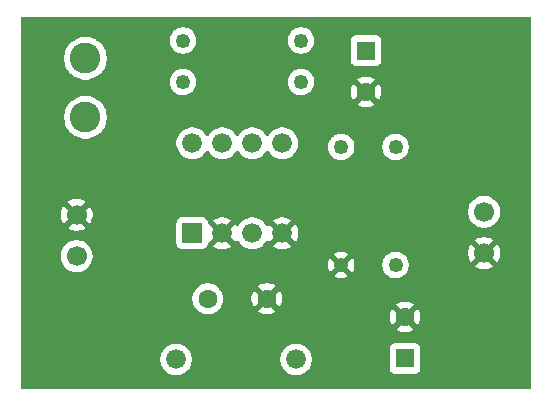
<source format=gbl>
G04 #@! TF.GenerationSoftware,KiCad,Pcbnew,9.0.0*
G04 #@! TF.CreationDate,2025-05-28T17:54:46+08:00*
G04 #@! TF.ProjectId,Converter_DC,436f6e76-6572-4746-9572-5f44432e6b69,v1.0*
G04 #@! TF.SameCoordinates,Original*
G04 #@! TF.FileFunction,Copper,L2,Bot*
G04 #@! TF.FilePolarity,Positive*
%FSLAX46Y46*%
G04 Gerber Fmt 4.6, Leading zero omitted, Abs format (unit mm)*
G04 Created by KiCad (PCBNEW 9.0.0) date 2025-05-28 17:54:46*
%MOMM*%
%LPD*%
G01*
G04 APERTURE LIST*
G04 #@! TA.AperFunction,ComponentPad*
%ADD10C,2.600000*%
G04 #@! TD*
G04 #@! TA.AperFunction,ComponentPad*
%ADD11C,1.700000*%
G04 #@! TD*
G04 #@! TA.AperFunction,ComponentPad*
%ADD12C,1.600000*%
G04 #@! TD*
G04 #@! TA.AperFunction,ComponentPad*
%ADD13C,1.676400*%
G04 #@! TD*
G04 #@! TA.AperFunction,ComponentPad*
%ADD14C,1.250000*%
G04 #@! TD*
G04 #@! TA.AperFunction,ComponentPad*
%ADD15R,1.676400X1.676400*%
G04 #@! TD*
G04 #@! TA.AperFunction,ComponentPad*
%ADD16R,1.600000X1.600000*%
G04 #@! TD*
G04 APERTURE END LIST*
D10*
X132750000Y-93500000D03*
X132750000Y-88500000D03*
D11*
X132000000Y-105250000D03*
X132000000Y-101750000D03*
X166500000Y-105000000D03*
X166500000Y-101500000D03*
D12*
X148100000Y-108850000D03*
X143100000Y-108850000D03*
D13*
X150580000Y-114000000D03*
X140420000Y-114000000D03*
D14*
X151000000Y-87000000D03*
X141000000Y-87000000D03*
D15*
X141790000Y-103310000D03*
D13*
X144330000Y-103310000D03*
X146870000Y-103310000D03*
X149410000Y-103310000D03*
X149410000Y-95690000D03*
X146870000Y-95690000D03*
X144330000Y-95690000D03*
X141790000Y-95690000D03*
D14*
X154400000Y-106000000D03*
X154400000Y-96000000D03*
D16*
X156500000Y-87847349D03*
D12*
X156500000Y-91347349D03*
D14*
X151000000Y-90500000D03*
X141000000Y-90500000D03*
D16*
X159800000Y-113900000D03*
D12*
X159800000Y-110400000D03*
D14*
X159000000Y-106000000D03*
X159000000Y-96000000D03*
G04 #@! TA.AperFunction,Conductor*
G36*
X170442539Y-85020185D02*
G01*
X170488294Y-85072989D01*
X170499500Y-85124500D01*
X170499500Y-116375500D01*
X170479815Y-116442539D01*
X170427011Y-116488294D01*
X170375500Y-116499500D01*
X127374500Y-116499500D01*
X127307461Y-116479815D01*
X127261706Y-116427011D01*
X127250500Y-116375500D01*
X127250500Y-113894636D01*
X139081300Y-113894636D01*
X139081300Y-114105363D01*
X139114262Y-114313480D01*
X139179379Y-114513887D01*
X139275043Y-114701635D01*
X139398890Y-114872099D01*
X139547900Y-115021109D01*
X139707415Y-115137001D01*
X139718368Y-115144959D01*
X139814795Y-115194091D01*
X139906112Y-115240620D01*
X139906114Y-115240620D01*
X139906117Y-115240622D01*
X140013538Y-115275525D01*
X140106519Y-115305737D01*
X140314637Y-115338700D01*
X140314642Y-115338700D01*
X140525363Y-115338700D01*
X140733480Y-115305737D01*
X140933883Y-115240622D01*
X141121632Y-115144959D01*
X141241947Y-115057546D01*
X141292099Y-115021109D01*
X141292101Y-115021106D01*
X141292105Y-115021104D01*
X141441104Y-114872105D01*
X141441106Y-114872101D01*
X141441109Y-114872099D01*
X141495420Y-114797344D01*
X141564959Y-114701632D01*
X141660622Y-114513883D01*
X141725737Y-114313480D01*
X141758700Y-114105363D01*
X141758700Y-113894636D01*
X149241300Y-113894636D01*
X149241300Y-114105363D01*
X149274262Y-114313480D01*
X149339379Y-114513887D01*
X149435043Y-114701635D01*
X149558890Y-114872099D01*
X149707900Y-115021109D01*
X149867415Y-115137001D01*
X149878368Y-115144959D01*
X149974795Y-115194091D01*
X150066112Y-115240620D01*
X150066114Y-115240620D01*
X150066117Y-115240622D01*
X150173538Y-115275525D01*
X150266519Y-115305737D01*
X150474637Y-115338700D01*
X150474642Y-115338700D01*
X150685363Y-115338700D01*
X150893480Y-115305737D01*
X151093883Y-115240622D01*
X151281632Y-115144959D01*
X151401947Y-115057546D01*
X151452099Y-115021109D01*
X151452101Y-115021106D01*
X151452105Y-115021104D01*
X151601104Y-114872105D01*
X151601106Y-114872101D01*
X151601109Y-114872099D01*
X151655420Y-114797344D01*
X151724959Y-114701632D01*
X151820622Y-114513883D01*
X151885737Y-114313480D01*
X151918700Y-114105363D01*
X151918700Y-113894636D01*
X151885737Y-113686519D01*
X151820620Y-113486112D01*
X151785914Y-113418000D01*
X151724959Y-113298368D01*
X151715886Y-113285880D01*
X151601111Y-113127903D01*
X151601103Y-113127894D01*
X151525344Y-113052135D01*
X158499500Y-113052135D01*
X158499500Y-114747870D01*
X158499501Y-114747876D01*
X158505908Y-114807483D01*
X158556202Y-114942328D01*
X158556206Y-114942335D01*
X158642452Y-115057544D01*
X158642455Y-115057547D01*
X158757664Y-115143793D01*
X158757671Y-115143797D01*
X158892517Y-115194091D01*
X158892516Y-115194091D01*
X158899444Y-115194835D01*
X158952127Y-115200500D01*
X160647872Y-115200499D01*
X160707483Y-115194091D01*
X160842331Y-115143796D01*
X160957546Y-115057546D01*
X161043796Y-114942331D01*
X161094091Y-114807483D01*
X161100500Y-114747873D01*
X161100499Y-113052128D01*
X161094091Y-112992517D01*
X161089008Y-112978890D01*
X161043797Y-112857671D01*
X161043793Y-112857664D01*
X160957547Y-112742455D01*
X160957544Y-112742452D01*
X160842335Y-112656206D01*
X160842328Y-112656202D01*
X160707482Y-112605908D01*
X160707483Y-112605908D01*
X160647883Y-112599501D01*
X160647881Y-112599500D01*
X160647873Y-112599500D01*
X160647864Y-112599500D01*
X158952129Y-112599500D01*
X158952123Y-112599501D01*
X158892516Y-112605908D01*
X158757671Y-112656202D01*
X158757664Y-112656206D01*
X158642455Y-112742452D01*
X158642452Y-112742455D01*
X158556206Y-112857664D01*
X158556202Y-112857671D01*
X158505908Y-112992517D01*
X158499501Y-113052116D01*
X158499501Y-113052123D01*
X158499500Y-113052135D01*
X151525344Y-113052135D01*
X151452099Y-112978890D01*
X151281635Y-112855043D01*
X151281634Y-112855042D01*
X151281632Y-112855041D01*
X151223001Y-112825167D01*
X151093887Y-112759379D01*
X150893480Y-112694262D01*
X150685363Y-112661300D01*
X150685358Y-112661300D01*
X150474642Y-112661300D01*
X150474637Y-112661300D01*
X150266519Y-112694262D01*
X150066112Y-112759379D01*
X149878364Y-112855043D01*
X149707900Y-112978890D01*
X149558890Y-113127900D01*
X149435043Y-113298364D01*
X149339379Y-113486112D01*
X149274262Y-113686519D01*
X149241300Y-113894636D01*
X141758700Y-113894636D01*
X141725737Y-113686519D01*
X141660620Y-113486112D01*
X141625914Y-113418000D01*
X141564959Y-113298368D01*
X141557001Y-113287415D01*
X141441109Y-113127900D01*
X141292099Y-112978890D01*
X141121635Y-112855043D01*
X141121634Y-112855042D01*
X141121632Y-112855041D01*
X141063001Y-112825167D01*
X140933887Y-112759379D01*
X140733480Y-112694262D01*
X140525363Y-112661300D01*
X140525358Y-112661300D01*
X140314642Y-112661300D01*
X140314637Y-112661300D01*
X140106519Y-112694262D01*
X139906112Y-112759379D01*
X139718364Y-112855043D01*
X139547900Y-112978890D01*
X139398890Y-113127900D01*
X139275043Y-113298364D01*
X139179379Y-113486112D01*
X139114262Y-113686519D01*
X139081300Y-113894636D01*
X127250500Y-113894636D01*
X127250500Y-110297682D01*
X158500000Y-110297682D01*
X158500000Y-110502317D01*
X158532009Y-110704417D01*
X158595244Y-110899031D01*
X158688141Y-111081350D01*
X158688147Y-111081359D01*
X158720523Y-111125921D01*
X158720524Y-111125922D01*
X159400000Y-110446446D01*
X159400000Y-110452661D01*
X159427259Y-110554394D01*
X159479920Y-110645606D01*
X159554394Y-110720080D01*
X159645606Y-110772741D01*
X159747339Y-110800000D01*
X159753553Y-110800000D01*
X159074076Y-111479474D01*
X159118650Y-111511859D01*
X159300968Y-111604755D01*
X159495582Y-111667990D01*
X159697683Y-111700000D01*
X159902317Y-111700000D01*
X160104417Y-111667990D01*
X160299031Y-111604755D01*
X160481349Y-111511859D01*
X160525921Y-111479474D01*
X159846447Y-110800000D01*
X159852661Y-110800000D01*
X159954394Y-110772741D01*
X160045606Y-110720080D01*
X160120080Y-110645606D01*
X160172741Y-110554394D01*
X160200000Y-110452661D01*
X160200000Y-110446447D01*
X160879474Y-111125921D01*
X160911859Y-111081349D01*
X161004755Y-110899031D01*
X161067990Y-110704417D01*
X161100000Y-110502317D01*
X161100000Y-110297682D01*
X161067990Y-110095582D01*
X161004755Y-109900968D01*
X160911859Y-109718650D01*
X160879474Y-109674077D01*
X160879474Y-109674076D01*
X160200000Y-110353551D01*
X160200000Y-110347339D01*
X160172741Y-110245606D01*
X160120080Y-110154394D01*
X160045606Y-110079920D01*
X159954394Y-110027259D01*
X159852661Y-110000000D01*
X159846446Y-110000000D01*
X160525922Y-109320524D01*
X160525921Y-109320523D01*
X160481359Y-109288147D01*
X160481350Y-109288141D01*
X160299031Y-109195244D01*
X160104417Y-109132009D01*
X159902317Y-109100000D01*
X159697683Y-109100000D01*
X159495582Y-109132009D01*
X159300968Y-109195244D01*
X159118644Y-109288143D01*
X159074077Y-109320523D01*
X159074077Y-109320524D01*
X159753554Y-110000000D01*
X159747339Y-110000000D01*
X159645606Y-110027259D01*
X159554394Y-110079920D01*
X159479920Y-110154394D01*
X159427259Y-110245606D01*
X159400000Y-110347339D01*
X159400000Y-110353553D01*
X158720524Y-109674077D01*
X158720523Y-109674077D01*
X158688143Y-109718644D01*
X158595244Y-109900968D01*
X158532009Y-110095582D01*
X158500000Y-110297682D01*
X127250500Y-110297682D01*
X127250500Y-108747648D01*
X141799500Y-108747648D01*
X141799500Y-108952351D01*
X141831522Y-109154534D01*
X141894781Y-109349223D01*
X141958691Y-109474653D01*
X141987585Y-109531359D01*
X141987715Y-109531613D01*
X142108028Y-109697213D01*
X142252786Y-109841971D01*
X142373226Y-109929474D01*
X142418390Y-109962287D01*
X142534607Y-110021503D01*
X142600776Y-110055218D01*
X142600778Y-110055218D01*
X142600781Y-110055220D01*
X142676800Y-110079920D01*
X142795465Y-110118477D01*
X142896557Y-110134488D01*
X142997648Y-110150500D01*
X142997649Y-110150500D01*
X143202351Y-110150500D01*
X143202352Y-110150500D01*
X143404534Y-110118477D01*
X143599219Y-110055220D01*
X143781610Y-109962287D01*
X143874590Y-109894732D01*
X143947213Y-109841971D01*
X143947215Y-109841968D01*
X143947219Y-109841966D01*
X144091966Y-109697219D01*
X144091968Y-109697215D01*
X144091971Y-109697213D01*
X144144732Y-109624590D01*
X144212287Y-109531610D01*
X144305220Y-109349219D01*
X144368477Y-109154534D01*
X144400500Y-108952352D01*
X144400500Y-108747682D01*
X146800000Y-108747682D01*
X146800000Y-108952317D01*
X146832009Y-109154417D01*
X146895244Y-109349031D01*
X146988141Y-109531350D01*
X146988147Y-109531359D01*
X147020523Y-109575921D01*
X147020524Y-109575922D01*
X147700000Y-108896446D01*
X147700000Y-108902661D01*
X147727259Y-109004394D01*
X147779920Y-109095606D01*
X147854394Y-109170080D01*
X147945606Y-109222741D01*
X148047339Y-109250000D01*
X148053553Y-109250000D01*
X147374076Y-109929474D01*
X147418650Y-109961859D01*
X147600968Y-110054755D01*
X147795582Y-110117990D01*
X147997683Y-110150000D01*
X148202317Y-110150000D01*
X148404417Y-110117990D01*
X148599031Y-110054755D01*
X148781349Y-109961859D01*
X148825921Y-109929474D01*
X148146447Y-109250000D01*
X148152661Y-109250000D01*
X148254394Y-109222741D01*
X148345606Y-109170080D01*
X148420080Y-109095606D01*
X148472741Y-109004394D01*
X148500000Y-108902661D01*
X148500000Y-108896447D01*
X149179474Y-109575921D01*
X149211859Y-109531349D01*
X149304755Y-109349031D01*
X149311113Y-109329464D01*
X149367990Y-109154417D01*
X149400000Y-108952317D01*
X149400000Y-108747682D01*
X149367990Y-108545582D01*
X149304755Y-108350968D01*
X149211859Y-108168650D01*
X149179474Y-108124077D01*
X149179474Y-108124076D01*
X148500000Y-108803551D01*
X148500000Y-108797339D01*
X148472741Y-108695606D01*
X148420080Y-108604394D01*
X148345606Y-108529920D01*
X148254394Y-108477259D01*
X148152661Y-108450000D01*
X148146446Y-108450000D01*
X148825922Y-107770524D01*
X148825921Y-107770523D01*
X148781359Y-107738147D01*
X148781350Y-107738141D01*
X148599031Y-107645244D01*
X148404417Y-107582009D01*
X148202317Y-107550000D01*
X147997683Y-107550000D01*
X147795582Y-107582009D01*
X147600968Y-107645244D01*
X147418644Y-107738143D01*
X147374077Y-107770523D01*
X147374077Y-107770524D01*
X148053554Y-108450000D01*
X148047339Y-108450000D01*
X147945606Y-108477259D01*
X147854394Y-108529920D01*
X147779920Y-108604394D01*
X147727259Y-108695606D01*
X147700000Y-108797339D01*
X147700000Y-108803553D01*
X147020524Y-108124077D01*
X147020523Y-108124077D01*
X146988143Y-108168644D01*
X146895244Y-108350968D01*
X146832009Y-108545582D01*
X146800000Y-108747682D01*
X144400500Y-108747682D01*
X144400500Y-108747648D01*
X144392257Y-108695606D01*
X144368477Y-108545465D01*
X144337458Y-108450000D01*
X144305220Y-108350781D01*
X144305218Y-108350778D01*
X144305218Y-108350776D01*
X144212419Y-108168650D01*
X144212287Y-108168390D01*
X144180092Y-108124077D01*
X144091971Y-108002786D01*
X143947213Y-107858028D01*
X143781613Y-107737715D01*
X143781612Y-107737714D01*
X143781610Y-107737713D01*
X143724653Y-107708691D01*
X143599223Y-107644781D01*
X143404534Y-107581522D01*
X143229995Y-107553878D01*
X143202352Y-107549500D01*
X142997648Y-107549500D01*
X142973329Y-107553351D01*
X142795465Y-107581522D01*
X142600776Y-107644781D01*
X142418386Y-107737715D01*
X142252786Y-107858028D01*
X142108028Y-108002786D01*
X141987715Y-108168386D01*
X141894781Y-108350776D01*
X141831522Y-108545465D01*
X141799500Y-108747648D01*
X127250500Y-108747648D01*
X127250500Y-106954189D01*
X153799364Y-106954189D01*
X153810368Y-106962185D01*
X153968149Y-107042579D01*
X153968152Y-107042580D01*
X154136560Y-107097298D01*
X154311456Y-107125000D01*
X154488544Y-107125000D01*
X154663439Y-107097298D01*
X154831847Y-107042580D01*
X154831850Y-107042578D01*
X154989633Y-106962184D01*
X155000634Y-106954189D01*
X155000635Y-106954188D01*
X154400001Y-106353554D01*
X154400000Y-106353554D01*
X153799364Y-106954189D01*
X127250500Y-106954189D01*
X127250500Y-105143713D01*
X130649500Y-105143713D01*
X130649500Y-105356287D01*
X130682754Y-105566243D01*
X130746267Y-105761716D01*
X130748444Y-105768414D01*
X130844951Y-105957820D01*
X130969890Y-106129786D01*
X131120213Y-106280109D01*
X131292179Y-106405048D01*
X131292181Y-106405049D01*
X131292184Y-106405051D01*
X131481588Y-106501557D01*
X131683757Y-106567246D01*
X131893713Y-106600500D01*
X131893714Y-106600500D01*
X132106286Y-106600500D01*
X132106287Y-106600500D01*
X132316243Y-106567246D01*
X132518412Y-106501557D01*
X132707816Y-106405051D01*
X132783588Y-106350000D01*
X132879786Y-106280109D01*
X132879788Y-106280106D01*
X132879792Y-106280104D01*
X133030104Y-106129792D01*
X133030106Y-106129788D01*
X133030109Y-106129786D01*
X133155048Y-105957820D01*
X133155047Y-105957820D01*
X133155051Y-105957816D01*
X133178673Y-105911455D01*
X153275000Y-105911455D01*
X153275000Y-106088544D01*
X153302701Y-106263439D01*
X153357419Y-106431847D01*
X153357423Y-106431855D01*
X153437808Y-106589621D01*
X153437816Y-106589635D01*
X153445809Y-106600634D01*
X153445811Y-106600635D01*
X154046446Y-106000000D01*
X154046446Y-105999999D01*
X153996719Y-105950272D01*
X154150000Y-105950272D01*
X154150000Y-106049728D01*
X154188060Y-106141614D01*
X154258386Y-106211940D01*
X154350272Y-106250000D01*
X154449728Y-106250000D01*
X154541614Y-106211940D01*
X154611940Y-106141614D01*
X154650000Y-106049728D01*
X154650000Y-105999999D01*
X154753554Y-105999999D01*
X154753554Y-106000000D01*
X155354189Y-106600635D01*
X155354189Y-106600634D01*
X155362184Y-106589633D01*
X155442578Y-106431850D01*
X155442580Y-106431847D01*
X155497298Y-106263439D01*
X155525000Y-106088544D01*
X155525000Y-105911455D01*
X155524995Y-105911421D01*
X157874500Y-105911421D01*
X157874500Y-106088578D01*
X157902214Y-106263556D01*
X157956956Y-106432039D01*
X157956957Y-106432042D01*
X158025848Y-106567246D01*
X158037386Y-106589890D01*
X158141517Y-106733214D01*
X158266786Y-106858483D01*
X158410110Y-106962614D01*
X158487529Y-107002061D01*
X158567957Y-107043042D01*
X158567960Y-107043043D01*
X158652201Y-107070414D01*
X158736445Y-107097786D01*
X158911421Y-107125500D01*
X158911422Y-107125500D01*
X159088578Y-107125500D01*
X159088579Y-107125500D01*
X159263555Y-107097786D01*
X159432042Y-107043042D01*
X159589890Y-106962614D01*
X159733214Y-106858483D01*
X159858483Y-106733214D01*
X159962614Y-106589890D01*
X160043042Y-106432042D01*
X160097786Y-106263555D01*
X160125500Y-106088579D01*
X160125500Y-105911421D01*
X160097786Y-105736445D01*
X160043042Y-105567958D01*
X160043042Y-105567957D01*
X160002061Y-105487529D01*
X159962614Y-105410110D01*
X159858483Y-105266786D01*
X159733214Y-105141517D01*
X159589890Y-105037386D01*
X159515272Y-104999366D01*
X159432042Y-104956957D01*
X159432039Y-104956956D01*
X159263556Y-104902214D01*
X159210136Y-104893753D01*
X165150000Y-104893753D01*
X165150000Y-105106246D01*
X165183242Y-105316127D01*
X165183242Y-105316130D01*
X165248904Y-105518217D01*
X165345375Y-105707550D01*
X165384728Y-105761716D01*
X166078274Y-105068171D01*
X166103963Y-105164044D01*
X166159916Y-105260956D01*
X166239044Y-105340084D01*
X166335956Y-105396037D01*
X166431828Y-105421725D01*
X165738282Y-106115269D01*
X165738282Y-106115270D01*
X165792449Y-106154624D01*
X165981782Y-106251095D01*
X166183870Y-106316757D01*
X166393754Y-106350000D01*
X166606246Y-106350000D01*
X166816127Y-106316757D01*
X166816130Y-106316757D01*
X167018217Y-106251095D01*
X167207554Y-106154622D01*
X167261716Y-106115270D01*
X167261717Y-106115270D01*
X166568171Y-105421725D01*
X166664044Y-105396037D01*
X166760956Y-105340084D01*
X166840084Y-105260956D01*
X166896037Y-105164044D01*
X166921725Y-105068172D01*
X167615270Y-105761717D01*
X167615270Y-105761716D01*
X167654622Y-105707554D01*
X167751095Y-105518217D01*
X167816757Y-105316130D01*
X167816757Y-105316127D01*
X167850000Y-105106246D01*
X167850000Y-104893753D01*
X167816757Y-104683872D01*
X167816757Y-104683869D01*
X167751095Y-104481782D01*
X167654624Y-104292449D01*
X167615270Y-104238282D01*
X167615269Y-104238282D01*
X166921725Y-104931827D01*
X166896037Y-104835956D01*
X166840084Y-104739044D01*
X166760956Y-104659916D01*
X166664044Y-104603963D01*
X166568172Y-104578274D01*
X167261716Y-103884728D01*
X167207550Y-103845375D01*
X167018217Y-103748904D01*
X166816129Y-103683242D01*
X166606246Y-103650000D01*
X166393754Y-103650000D01*
X166183872Y-103683242D01*
X166183869Y-103683242D01*
X165981782Y-103748904D01*
X165792439Y-103845380D01*
X165738282Y-103884727D01*
X165738282Y-103884728D01*
X166431828Y-104578274D01*
X166335956Y-104603963D01*
X166239044Y-104659916D01*
X166159916Y-104739044D01*
X166103963Y-104835956D01*
X166078274Y-104931828D01*
X165384728Y-104238282D01*
X165384727Y-104238282D01*
X165345380Y-104292439D01*
X165248904Y-104481782D01*
X165183242Y-104683869D01*
X165183242Y-104683872D01*
X165150000Y-104893753D01*
X159210136Y-104893753D01*
X159176067Y-104888357D01*
X159088579Y-104874500D01*
X158911421Y-104874500D01*
X158853095Y-104883738D01*
X158736443Y-104902214D01*
X158567960Y-104956956D01*
X158567957Y-104956957D01*
X158410109Y-105037386D01*
X158328338Y-105096796D01*
X158266786Y-105141517D01*
X158266784Y-105141519D01*
X158266783Y-105141519D01*
X158141519Y-105266783D01*
X158141519Y-105266784D01*
X158141517Y-105266786D01*
X158096796Y-105328338D01*
X158037386Y-105410109D01*
X157956957Y-105567957D01*
X157956956Y-105567960D01*
X157902214Y-105736443D01*
X157874500Y-105911421D01*
X155524995Y-105911421D01*
X155497298Y-105736560D01*
X155442580Y-105568152D01*
X155442579Y-105568149D01*
X155362185Y-105410368D01*
X155354189Y-105399364D01*
X154753554Y-105999999D01*
X154650000Y-105999999D01*
X154650000Y-105950272D01*
X154611940Y-105858386D01*
X154541614Y-105788060D01*
X154449728Y-105750000D01*
X154350272Y-105750000D01*
X154258386Y-105788060D01*
X154188060Y-105858386D01*
X154150000Y-105950272D01*
X153996719Y-105950272D01*
X153445810Y-105399363D01*
X153445809Y-105399364D01*
X153437815Y-105410366D01*
X153357421Y-105568149D01*
X153357419Y-105568152D01*
X153302701Y-105736560D01*
X153275000Y-105911455D01*
X133178673Y-105911455D01*
X133251557Y-105768412D01*
X133317246Y-105566243D01*
X133350500Y-105356287D01*
X133350500Y-105143713D01*
X133334994Y-105045810D01*
X153799363Y-105045810D01*
X154400000Y-105646446D01*
X154400001Y-105646446D01*
X155000635Y-105045811D01*
X155000634Y-105045809D01*
X154989635Y-105037816D01*
X154989621Y-105037808D01*
X154831855Y-104957423D01*
X154831847Y-104957419D01*
X154663439Y-104902701D01*
X154488544Y-104875000D01*
X154311456Y-104875000D01*
X154136560Y-104902701D01*
X153968152Y-104957419D01*
X153968149Y-104957421D01*
X153810366Y-105037815D01*
X153799364Y-105045809D01*
X153799363Y-105045810D01*
X133334994Y-105045810D01*
X133317246Y-104933757D01*
X133251557Y-104731588D01*
X133155051Y-104542184D01*
X133155049Y-104542181D01*
X133155048Y-104542179D01*
X133030109Y-104370213D01*
X132879786Y-104219890D01*
X132707820Y-104094951D01*
X132518414Y-103998444D01*
X132518413Y-103998443D01*
X132518412Y-103998443D01*
X132316243Y-103932754D01*
X132316241Y-103932753D01*
X132316240Y-103932753D01*
X132154957Y-103907208D01*
X132106287Y-103899500D01*
X131893713Y-103899500D01*
X131845042Y-103907208D01*
X131683760Y-103932753D01*
X131481585Y-103998444D01*
X131292179Y-104094951D01*
X131120213Y-104219890D01*
X130969890Y-104370213D01*
X130844951Y-104542179D01*
X130748444Y-104731585D01*
X130682753Y-104933760D01*
X130665006Y-105045810D01*
X130649500Y-105143713D01*
X127250500Y-105143713D01*
X127250500Y-101643753D01*
X130650000Y-101643753D01*
X130650000Y-101856246D01*
X130683242Y-102066127D01*
X130683242Y-102066130D01*
X130748904Y-102268217D01*
X130845375Y-102457550D01*
X130884728Y-102511716D01*
X131578274Y-101818171D01*
X131603963Y-101914044D01*
X131659916Y-102010956D01*
X131739044Y-102090084D01*
X131835956Y-102146037D01*
X131931828Y-102171725D01*
X131238282Y-102865269D01*
X131238282Y-102865270D01*
X131292449Y-102904624D01*
X131481782Y-103001095D01*
X131683870Y-103066757D01*
X131893754Y-103100000D01*
X132106246Y-103100000D01*
X132316127Y-103066757D01*
X132316130Y-103066757D01*
X132518217Y-103001095D01*
X132707554Y-102904622D01*
X132761716Y-102865270D01*
X132761717Y-102865270D01*
X132068171Y-102171725D01*
X132164044Y-102146037D01*
X132260956Y-102090084D01*
X132340084Y-102010956D01*
X132396037Y-101914044D01*
X132421725Y-101818171D01*
X133115270Y-102511717D01*
X133115270Y-102511716D01*
X133154622Y-102457554D01*
X133171752Y-102423935D01*
X140451300Y-102423935D01*
X140451300Y-104196070D01*
X140451301Y-104196076D01*
X140457708Y-104255683D01*
X140508002Y-104390528D01*
X140508006Y-104390535D01*
X140594252Y-104505744D01*
X140594255Y-104505747D01*
X140709464Y-104591993D01*
X140709471Y-104591997D01*
X140844317Y-104642291D01*
X140844316Y-104642291D01*
X140851244Y-104643035D01*
X140903927Y-104648700D01*
X142676072Y-104648699D01*
X142735683Y-104642291D01*
X142870531Y-104591996D01*
X142985746Y-104505746D01*
X143071996Y-104390531D01*
X143122291Y-104255683D01*
X143128700Y-104196073D01*
X143128699Y-104176149D01*
X143131742Y-104162673D01*
X143142273Y-104143738D01*
X143148376Y-104122948D01*
X143158921Y-104113808D01*
X143165705Y-104101613D01*
X143184802Y-104091378D01*
X143201176Y-104077187D01*
X143210994Y-104075451D01*
X143799026Y-103487419D01*
X143809281Y-103525689D01*
X143882849Y-103653111D01*
X143986889Y-103757151D01*
X144114311Y-103830719D01*
X144152580Y-103840973D01*
X143576729Y-104416822D01*
X143576730Y-104416823D01*
X143628624Y-104454526D01*
X143628637Y-104454534D01*
X143816311Y-104550160D01*
X144016635Y-104615248D01*
X144224682Y-104648200D01*
X144435318Y-104648200D01*
X144643364Y-104615248D01*
X144843688Y-104550160D01*
X145031370Y-104454530D01*
X145083268Y-104416823D01*
X145083268Y-104416822D01*
X144507419Y-103840973D01*
X144545689Y-103830719D01*
X144673111Y-103757151D01*
X144777151Y-103653111D01*
X144850719Y-103525689D01*
X144860973Y-103487419D01*
X145436822Y-104063268D01*
X145436823Y-104063268D01*
X145474532Y-104011368D01*
X145474532Y-104011367D01*
X145489234Y-103982514D01*
X145537208Y-103931718D01*
X145605029Y-103914922D01*
X145671164Y-103937459D01*
X145710203Y-103982512D01*
X145725041Y-104011633D01*
X145848888Y-104182096D01*
X145848894Y-104182103D01*
X145997900Y-104331109D01*
X146157415Y-104447001D01*
X146168368Y-104454959D01*
X146268039Y-104505744D01*
X146356112Y-104550620D01*
X146356114Y-104550620D01*
X146356117Y-104550622D01*
X146431145Y-104575000D01*
X146556519Y-104615737D01*
X146764637Y-104648700D01*
X146764642Y-104648700D01*
X146975363Y-104648700D01*
X147183480Y-104615737D01*
X147184985Y-104615248D01*
X147383883Y-104550622D01*
X147571632Y-104454959D01*
X147688283Y-104370208D01*
X147742099Y-104331109D01*
X147742101Y-104331106D01*
X147742105Y-104331104D01*
X147891104Y-104182105D01*
X147891106Y-104182101D01*
X147891112Y-104182096D01*
X148014956Y-104011636D01*
X148014958Y-104011633D01*
X148014959Y-104011632D01*
X148029795Y-103982513D01*
X148077768Y-103931718D01*
X148145588Y-103914922D01*
X148211724Y-103937458D01*
X148250764Y-103982511D01*
X148265469Y-104011370D01*
X148303176Y-104063268D01*
X148303177Y-104063269D01*
X148879026Y-103487419D01*
X148889281Y-103525689D01*
X148962849Y-103653111D01*
X149066889Y-103757151D01*
X149194311Y-103830719D01*
X149232580Y-103840973D01*
X148656729Y-104416822D01*
X148656730Y-104416823D01*
X148708624Y-104454526D01*
X148708637Y-104454534D01*
X148896311Y-104550160D01*
X149096635Y-104615248D01*
X149304682Y-104648200D01*
X149515318Y-104648200D01*
X149723364Y-104615248D01*
X149923688Y-104550160D01*
X150111370Y-104454530D01*
X150163268Y-104416823D01*
X150163268Y-104416822D01*
X149587419Y-103840973D01*
X149625689Y-103830719D01*
X149753111Y-103757151D01*
X149857151Y-103653111D01*
X149930719Y-103525689D01*
X149940973Y-103487419D01*
X150516822Y-104063268D01*
X150516823Y-104063268D01*
X150554530Y-104011370D01*
X150623663Y-103875692D01*
X150650160Y-103823688D01*
X150715248Y-103623364D01*
X150748200Y-103415318D01*
X150748200Y-103204681D01*
X150715248Y-102996635D01*
X150650160Y-102796311D01*
X150554534Y-102608637D01*
X150554526Y-102608624D01*
X150516823Y-102556730D01*
X150516822Y-102556729D01*
X149940972Y-103132579D01*
X149930719Y-103094311D01*
X149857151Y-102966889D01*
X149753111Y-102862849D01*
X149625689Y-102789281D01*
X149587419Y-102779026D01*
X150163269Y-102203177D01*
X150163268Y-102203176D01*
X150111370Y-102165469D01*
X149923688Y-102069839D01*
X149723364Y-102004751D01*
X149515318Y-101971800D01*
X149304682Y-101971800D01*
X149096635Y-102004751D01*
X148896311Y-102069839D01*
X148708633Y-102165467D01*
X148656730Y-102203176D01*
X149232580Y-102779026D01*
X149194311Y-102789281D01*
X149066889Y-102862849D01*
X148962849Y-102966889D01*
X148889281Y-103094311D01*
X148879026Y-103132580D01*
X148303176Y-102556730D01*
X148265465Y-102608636D01*
X148265464Y-102608637D01*
X148250763Y-102637489D01*
X148202787Y-102688284D01*
X148134966Y-102705077D01*
X148068831Y-102682537D01*
X148029795Y-102637485D01*
X148014958Y-102608366D01*
X147891109Y-102437900D01*
X147742099Y-102288890D01*
X147571635Y-102165043D01*
X147571634Y-102165042D01*
X147571632Y-102165041D01*
X147513001Y-102135167D01*
X147383887Y-102069379D01*
X147183480Y-102004262D01*
X146975363Y-101971300D01*
X146975358Y-101971300D01*
X146764642Y-101971300D01*
X146764637Y-101971300D01*
X146556519Y-102004262D01*
X146356112Y-102069379D01*
X146168364Y-102165043D01*
X145997900Y-102288890D01*
X145848890Y-102437900D01*
X145725042Y-102608364D01*
X145710203Y-102637488D01*
X145662227Y-102688283D01*
X145594406Y-102705077D01*
X145528272Y-102682538D01*
X145489235Y-102637487D01*
X145474537Y-102608642D01*
X145474526Y-102608624D01*
X145436823Y-102556730D01*
X145436822Y-102556729D01*
X144860972Y-103132579D01*
X144850719Y-103094311D01*
X144777151Y-102966889D01*
X144673111Y-102862849D01*
X144545689Y-102789281D01*
X144507419Y-102779026D01*
X145083269Y-102203177D01*
X145083268Y-102203176D01*
X145031370Y-102165469D01*
X144843688Y-102069839D01*
X144643364Y-102004751D01*
X144435318Y-101971800D01*
X144224682Y-101971800D01*
X144016635Y-102004751D01*
X143816311Y-102069839D01*
X143628633Y-102165467D01*
X143576730Y-102203176D01*
X144152580Y-102779026D01*
X144114311Y-102789281D01*
X143986889Y-102862849D01*
X143882849Y-102966889D01*
X143809281Y-103094311D01*
X143799026Y-103132580D01*
X143208824Y-102542378D01*
X143194045Y-102539273D01*
X143144291Y-102490219D01*
X143131742Y-102457326D01*
X143128699Y-102443845D01*
X143128699Y-102423928D01*
X143122291Y-102364317D01*
X143086448Y-102268217D01*
X143071998Y-102229473D01*
X143071993Y-102229464D01*
X142985747Y-102114255D01*
X142985744Y-102114252D01*
X142870535Y-102028006D01*
X142870528Y-102028002D01*
X142735682Y-101977708D01*
X142735683Y-101977708D01*
X142676083Y-101971301D01*
X142676081Y-101971300D01*
X142676073Y-101971300D01*
X142676064Y-101971300D01*
X140903929Y-101971300D01*
X140903923Y-101971301D01*
X140844316Y-101977708D01*
X140709471Y-102028002D01*
X140709464Y-102028006D01*
X140594255Y-102114252D01*
X140594252Y-102114255D01*
X140508006Y-102229464D01*
X140508002Y-102229471D01*
X140457708Y-102364317D01*
X140451301Y-102423916D01*
X140451300Y-102423935D01*
X133171752Y-102423935D01*
X133202133Y-102364311D01*
X133251095Y-102268217D01*
X133316757Y-102066130D01*
X133316757Y-102066127D01*
X133350000Y-101856246D01*
X133350000Y-101643753D01*
X133316757Y-101433872D01*
X133316758Y-101433872D01*
X133314576Y-101427157D01*
X133314575Y-101427155D01*
X133303709Y-101393713D01*
X165149500Y-101393713D01*
X165149500Y-101606287D01*
X165182754Y-101816243D01*
X165246020Y-102010956D01*
X165248444Y-102018414D01*
X165344951Y-102207820D01*
X165469890Y-102379786D01*
X165620213Y-102530109D01*
X165792179Y-102655048D01*
X165792181Y-102655049D01*
X165792184Y-102655051D01*
X165981588Y-102751557D01*
X166183757Y-102817246D01*
X166393713Y-102850500D01*
X166393714Y-102850500D01*
X166606286Y-102850500D01*
X166606287Y-102850500D01*
X166816243Y-102817246D01*
X167018412Y-102751557D01*
X167207816Y-102655051D01*
X167272076Y-102608364D01*
X167379786Y-102530109D01*
X167379788Y-102530106D01*
X167379792Y-102530104D01*
X167530104Y-102379792D01*
X167530106Y-102379788D01*
X167530109Y-102379786D01*
X167655048Y-102207820D01*
X167655047Y-102207820D01*
X167655051Y-102207816D01*
X167751557Y-102018412D01*
X167817246Y-101816243D01*
X167850500Y-101606287D01*
X167850500Y-101393713D01*
X167817246Y-101183757D01*
X167751557Y-100981588D01*
X167655051Y-100792184D01*
X167655049Y-100792181D01*
X167655048Y-100792179D01*
X167530109Y-100620213D01*
X167379786Y-100469890D01*
X167207820Y-100344951D01*
X167018414Y-100248444D01*
X167018413Y-100248443D01*
X167018412Y-100248443D01*
X166816243Y-100182754D01*
X166816241Y-100182753D01*
X166816240Y-100182753D01*
X166654957Y-100157208D01*
X166606287Y-100149500D01*
X166393713Y-100149500D01*
X166345042Y-100157208D01*
X166183760Y-100182753D01*
X165981585Y-100248444D01*
X165792179Y-100344951D01*
X165620213Y-100469890D01*
X165469890Y-100620213D01*
X165344951Y-100792179D01*
X165248444Y-100981585D01*
X165182753Y-101183760D01*
X165160383Y-101325000D01*
X165149500Y-101393713D01*
X133303709Y-101393713D01*
X133251095Y-101231782D01*
X133154624Y-101042449D01*
X133115270Y-100988282D01*
X133115269Y-100988282D01*
X132421725Y-101681827D01*
X132396037Y-101585956D01*
X132340084Y-101489044D01*
X132260956Y-101409916D01*
X132164044Y-101353963D01*
X132068172Y-101328274D01*
X132761716Y-100634728D01*
X132707550Y-100595375D01*
X132518217Y-100498904D01*
X132316129Y-100433242D01*
X132106246Y-100400000D01*
X131893754Y-100400000D01*
X131683872Y-100433242D01*
X131683869Y-100433242D01*
X131481782Y-100498904D01*
X131292439Y-100595380D01*
X131238282Y-100634727D01*
X131238282Y-100634728D01*
X131931828Y-101328274D01*
X131835956Y-101353963D01*
X131739044Y-101409916D01*
X131659916Y-101489044D01*
X131603963Y-101585956D01*
X131578274Y-101681828D01*
X130884728Y-100988282D01*
X130884727Y-100988282D01*
X130845380Y-101042439D01*
X130748904Y-101231782D01*
X130683242Y-101433869D01*
X130683242Y-101433872D01*
X130650000Y-101643753D01*
X127250500Y-101643753D01*
X127250500Y-95584636D01*
X140451300Y-95584636D01*
X140451300Y-95795363D01*
X140484262Y-96003480D01*
X140549379Y-96203887D01*
X140645043Y-96391635D01*
X140768890Y-96562099D01*
X140917900Y-96711109D01*
X141077415Y-96827001D01*
X141088368Y-96834959D01*
X141208000Y-96895914D01*
X141276112Y-96930620D01*
X141276114Y-96930620D01*
X141276117Y-96930622D01*
X141374575Y-96962613D01*
X141476519Y-96995737D01*
X141684637Y-97028700D01*
X141684642Y-97028700D01*
X141895363Y-97028700D01*
X142103480Y-96995737D01*
X142303883Y-96930622D01*
X142491632Y-96834959D01*
X142587344Y-96765420D01*
X142662099Y-96711109D01*
X142662101Y-96711106D01*
X142662105Y-96711104D01*
X142811104Y-96562105D01*
X142811106Y-96562101D01*
X142811109Y-96562099D01*
X142934956Y-96391636D01*
X142934957Y-96391635D01*
X142934959Y-96391632D01*
X142949515Y-96363063D01*
X142997490Y-96312268D01*
X143065311Y-96295473D01*
X143131446Y-96318010D01*
X143170485Y-96363064D01*
X143185043Y-96391636D01*
X143308890Y-96562099D01*
X143457900Y-96711109D01*
X143617415Y-96827001D01*
X143628368Y-96834959D01*
X143748000Y-96895914D01*
X143816112Y-96930620D01*
X143816114Y-96930620D01*
X143816117Y-96930622D01*
X143914575Y-96962613D01*
X144016519Y-96995737D01*
X144224637Y-97028700D01*
X144224642Y-97028700D01*
X144435363Y-97028700D01*
X144643480Y-96995737D01*
X144843883Y-96930622D01*
X145031632Y-96834959D01*
X145127344Y-96765420D01*
X145202099Y-96711109D01*
X145202101Y-96711106D01*
X145202105Y-96711104D01*
X145351104Y-96562105D01*
X145351106Y-96562101D01*
X145351109Y-96562099D01*
X145474956Y-96391636D01*
X145474957Y-96391635D01*
X145474959Y-96391632D01*
X145489515Y-96363063D01*
X145537490Y-96312268D01*
X145605311Y-96295473D01*
X145671446Y-96318010D01*
X145710485Y-96363064D01*
X145725043Y-96391636D01*
X145848890Y-96562099D01*
X145997900Y-96711109D01*
X146157415Y-96827001D01*
X146168368Y-96834959D01*
X146288000Y-96895914D01*
X146356112Y-96930620D01*
X146356114Y-96930620D01*
X146356117Y-96930622D01*
X146454575Y-96962613D01*
X146556519Y-96995737D01*
X146764637Y-97028700D01*
X146764642Y-97028700D01*
X146975363Y-97028700D01*
X147183480Y-96995737D01*
X147383883Y-96930622D01*
X147571632Y-96834959D01*
X147667344Y-96765420D01*
X147742099Y-96711109D01*
X147742101Y-96711106D01*
X147742105Y-96711104D01*
X147891104Y-96562105D01*
X147891106Y-96562101D01*
X147891109Y-96562099D01*
X148014956Y-96391636D01*
X148014957Y-96391635D01*
X148014959Y-96391632D01*
X148029515Y-96363063D01*
X148077490Y-96312268D01*
X148145311Y-96295473D01*
X148211446Y-96318010D01*
X148250485Y-96363064D01*
X148265043Y-96391636D01*
X148388890Y-96562099D01*
X148537900Y-96711109D01*
X148697415Y-96827001D01*
X148708368Y-96834959D01*
X148828000Y-96895914D01*
X148896112Y-96930620D01*
X148896114Y-96930620D01*
X148896117Y-96930622D01*
X148994575Y-96962613D01*
X149096519Y-96995737D01*
X149304637Y-97028700D01*
X149304642Y-97028700D01*
X149515363Y-97028700D01*
X149723480Y-96995737D01*
X149923883Y-96930622D01*
X150111632Y-96834959D01*
X150207344Y-96765420D01*
X150282099Y-96711109D01*
X150282101Y-96711106D01*
X150282105Y-96711104D01*
X150431104Y-96562105D01*
X150431106Y-96562101D01*
X150431109Y-96562099D01*
X150485420Y-96487344D01*
X150554959Y-96391632D01*
X150650622Y-96203883D01*
X150715737Y-96003480D01*
X150730318Y-95911421D01*
X153274500Y-95911421D01*
X153274500Y-96088578D01*
X153302214Y-96263556D01*
X153356956Y-96432039D01*
X153356957Y-96432042D01*
X153423226Y-96562099D01*
X153437386Y-96589890D01*
X153541517Y-96733214D01*
X153666786Y-96858483D01*
X153810110Y-96962614D01*
X153875117Y-96995737D01*
X153967957Y-97043042D01*
X153967960Y-97043043D01*
X154052201Y-97070414D01*
X154136445Y-97097786D01*
X154311421Y-97125500D01*
X154311422Y-97125500D01*
X154488578Y-97125500D01*
X154488579Y-97125500D01*
X154663555Y-97097786D01*
X154832042Y-97043042D01*
X154989890Y-96962614D01*
X155133214Y-96858483D01*
X155258483Y-96733214D01*
X155362614Y-96589890D01*
X155443042Y-96432042D01*
X155497786Y-96263555D01*
X155525500Y-96088579D01*
X155525500Y-95911421D01*
X157874500Y-95911421D01*
X157874500Y-96088578D01*
X157902214Y-96263556D01*
X157956956Y-96432039D01*
X157956957Y-96432042D01*
X158023226Y-96562099D01*
X158037386Y-96589890D01*
X158141517Y-96733214D01*
X158266786Y-96858483D01*
X158410110Y-96962614D01*
X158475117Y-96995737D01*
X158567957Y-97043042D01*
X158567960Y-97043043D01*
X158652201Y-97070414D01*
X158736445Y-97097786D01*
X158911421Y-97125500D01*
X158911422Y-97125500D01*
X159088578Y-97125500D01*
X159088579Y-97125500D01*
X159263555Y-97097786D01*
X159432042Y-97043042D01*
X159589890Y-96962614D01*
X159733214Y-96858483D01*
X159858483Y-96733214D01*
X159962614Y-96589890D01*
X160043042Y-96432042D01*
X160097786Y-96263555D01*
X160125500Y-96088579D01*
X160125500Y-95911421D01*
X160097786Y-95736445D01*
X160043042Y-95567958D01*
X160043042Y-95567957D01*
X159962613Y-95410109D01*
X159938209Y-95376520D01*
X159858483Y-95266786D01*
X159733214Y-95141517D01*
X159589890Y-95037386D01*
X159549755Y-95016936D01*
X159432042Y-94956957D01*
X159432039Y-94956956D01*
X159263556Y-94902214D01*
X159176067Y-94888357D01*
X159088579Y-94874500D01*
X158911421Y-94874500D01*
X158853095Y-94883738D01*
X158736443Y-94902214D01*
X158567960Y-94956956D01*
X158567957Y-94956957D01*
X158410109Y-95037386D01*
X158376248Y-95061988D01*
X158266786Y-95141517D01*
X158266784Y-95141519D01*
X158266783Y-95141519D01*
X158141519Y-95266783D01*
X158141519Y-95266784D01*
X158141517Y-95266786D01*
X158096796Y-95328338D01*
X158037386Y-95410109D01*
X157956957Y-95567957D01*
X157956956Y-95567960D01*
X157902214Y-95736443D01*
X157874500Y-95911421D01*
X155525500Y-95911421D01*
X155497786Y-95736445D01*
X155443042Y-95567958D01*
X155443042Y-95567957D01*
X155362613Y-95410109D01*
X155338209Y-95376520D01*
X155258483Y-95266786D01*
X155133214Y-95141517D01*
X154989890Y-95037386D01*
X154949755Y-95016936D01*
X154832042Y-94956957D01*
X154832039Y-94956956D01*
X154663556Y-94902214D01*
X154576067Y-94888357D01*
X154488579Y-94874500D01*
X154311421Y-94874500D01*
X154253095Y-94883738D01*
X154136443Y-94902214D01*
X153967960Y-94956956D01*
X153967957Y-94956957D01*
X153810109Y-95037386D01*
X153776248Y-95061988D01*
X153666786Y-95141517D01*
X153666784Y-95141519D01*
X153666783Y-95141519D01*
X153541519Y-95266783D01*
X153541519Y-95266784D01*
X153541517Y-95266786D01*
X153496796Y-95328338D01*
X153437386Y-95410109D01*
X153356957Y-95567957D01*
X153356956Y-95567960D01*
X153302214Y-95736443D01*
X153274500Y-95911421D01*
X150730318Y-95911421D01*
X150734162Y-95887151D01*
X150748700Y-95795363D01*
X150748700Y-95584636D01*
X150715737Y-95376519D01*
X150680082Y-95266786D01*
X150650622Y-95176117D01*
X150650620Y-95176114D01*
X150650620Y-95176112D01*
X150592470Y-95061988D01*
X150554959Y-94988368D01*
X150547001Y-94977415D01*
X150431109Y-94817900D01*
X150282099Y-94668890D01*
X150111635Y-94545043D01*
X150111634Y-94545042D01*
X150111632Y-94545041D01*
X150053001Y-94515167D01*
X149923887Y-94449379D01*
X149723480Y-94384262D01*
X149515363Y-94351300D01*
X149515358Y-94351300D01*
X149304642Y-94351300D01*
X149304637Y-94351300D01*
X149096519Y-94384262D01*
X148896112Y-94449379D01*
X148708364Y-94545043D01*
X148537900Y-94668890D01*
X148388890Y-94817900D01*
X148265041Y-94988366D01*
X148250484Y-95016936D01*
X148202509Y-95067732D01*
X148134688Y-95084526D01*
X148068553Y-95061988D01*
X148029516Y-95016936D01*
X148014958Y-94988366D01*
X147891109Y-94817900D01*
X147742099Y-94668890D01*
X147571635Y-94545043D01*
X147571634Y-94545042D01*
X147571632Y-94545041D01*
X147513001Y-94515167D01*
X147383887Y-94449379D01*
X147183480Y-94384262D01*
X146975363Y-94351300D01*
X146975358Y-94351300D01*
X146764642Y-94351300D01*
X146764637Y-94351300D01*
X146556519Y-94384262D01*
X146356112Y-94449379D01*
X146168364Y-94545043D01*
X145997900Y-94668890D01*
X145848890Y-94817900D01*
X145725041Y-94988366D01*
X145710484Y-95016936D01*
X145662509Y-95067732D01*
X145594688Y-95084526D01*
X145528553Y-95061988D01*
X145489516Y-95016936D01*
X145474958Y-94988366D01*
X145351109Y-94817900D01*
X145202099Y-94668890D01*
X145031635Y-94545043D01*
X145031634Y-94545042D01*
X145031632Y-94545041D01*
X144973001Y-94515167D01*
X144843887Y-94449379D01*
X144643480Y-94384262D01*
X144435363Y-94351300D01*
X144435358Y-94351300D01*
X144224642Y-94351300D01*
X144224637Y-94351300D01*
X144016519Y-94384262D01*
X143816112Y-94449379D01*
X143628364Y-94545043D01*
X143457900Y-94668890D01*
X143308890Y-94817900D01*
X143185041Y-94988366D01*
X143170484Y-95016936D01*
X143122509Y-95067732D01*
X143054688Y-95084526D01*
X142988553Y-95061988D01*
X142949516Y-95016936D01*
X142934958Y-94988366D01*
X142811109Y-94817900D01*
X142662099Y-94668890D01*
X142491635Y-94545043D01*
X142491634Y-94545042D01*
X142491632Y-94545041D01*
X142433001Y-94515167D01*
X142303887Y-94449379D01*
X142103480Y-94384262D01*
X141895363Y-94351300D01*
X141895358Y-94351300D01*
X141684642Y-94351300D01*
X141684637Y-94351300D01*
X141476519Y-94384262D01*
X141276112Y-94449379D01*
X141088364Y-94545043D01*
X140917900Y-94668890D01*
X140768890Y-94817900D01*
X140645043Y-94988364D01*
X140549379Y-95176112D01*
X140484262Y-95376519D01*
X140451300Y-95584636D01*
X127250500Y-95584636D01*
X127250500Y-93381995D01*
X130949500Y-93381995D01*
X130949500Y-93618004D01*
X130949501Y-93618020D01*
X130980306Y-93852010D01*
X131041394Y-94079993D01*
X131131714Y-94298045D01*
X131131719Y-94298056D01*
X131202677Y-94420957D01*
X131249727Y-94502450D01*
X131249729Y-94502453D01*
X131249730Y-94502454D01*
X131393406Y-94689697D01*
X131393412Y-94689704D01*
X131560295Y-94856587D01*
X131560301Y-94856592D01*
X131747550Y-95000273D01*
X131878918Y-95076118D01*
X131951943Y-95118280D01*
X131951948Y-95118282D01*
X131951951Y-95118284D01*
X132170007Y-95208606D01*
X132397986Y-95269693D01*
X132631989Y-95300500D01*
X132631996Y-95300500D01*
X132868004Y-95300500D01*
X132868011Y-95300500D01*
X133102014Y-95269693D01*
X133329993Y-95208606D01*
X133548049Y-95118284D01*
X133752450Y-95000273D01*
X133939699Y-94856592D01*
X134106592Y-94689699D01*
X134250273Y-94502450D01*
X134368284Y-94298049D01*
X134458606Y-94079993D01*
X134519693Y-93852014D01*
X134550500Y-93618011D01*
X134550500Y-93381989D01*
X134519693Y-93147986D01*
X134458606Y-92920007D01*
X134368284Y-92701951D01*
X134368282Y-92701948D01*
X134368280Y-92701943D01*
X134326118Y-92628918D01*
X134250273Y-92497550D01*
X134196002Y-92426823D01*
X134106593Y-92310302D01*
X134106587Y-92310295D01*
X133939704Y-92143412D01*
X133939697Y-92143406D01*
X133752454Y-91999730D01*
X133752453Y-91999729D01*
X133752450Y-91999727D01*
X133670957Y-91952677D01*
X133548056Y-91881719D01*
X133548045Y-91881714D01*
X133329993Y-91791394D01*
X133102010Y-91730306D01*
X132868020Y-91699501D01*
X132868017Y-91699500D01*
X132868011Y-91699500D01*
X132631989Y-91699500D01*
X132631983Y-91699500D01*
X132631979Y-91699501D01*
X132397989Y-91730306D01*
X132170006Y-91791394D01*
X131951954Y-91881714D01*
X131951943Y-91881719D01*
X131747545Y-91999730D01*
X131560302Y-92143406D01*
X131560295Y-92143412D01*
X131393412Y-92310295D01*
X131393406Y-92310302D01*
X131249730Y-92497545D01*
X131131719Y-92701943D01*
X131131714Y-92701954D01*
X131041394Y-92920006D01*
X130980306Y-93147989D01*
X130949501Y-93381979D01*
X130949500Y-93381995D01*
X127250500Y-93381995D01*
X127250500Y-90411421D01*
X139874500Y-90411421D01*
X139874500Y-90588578D01*
X139902214Y-90763556D01*
X139956956Y-90932039D01*
X139956957Y-90932042D01*
X140013459Y-91042931D01*
X140037386Y-91089890D01*
X140141517Y-91233214D01*
X140266786Y-91358483D01*
X140410110Y-91462614D01*
X140486905Y-91501743D01*
X140567957Y-91543042D01*
X140567960Y-91543043D01*
X140652201Y-91570414D01*
X140736445Y-91597786D01*
X140911421Y-91625500D01*
X140911422Y-91625500D01*
X141088578Y-91625500D01*
X141088579Y-91625500D01*
X141263555Y-91597786D01*
X141432042Y-91543042D01*
X141589890Y-91462614D01*
X141733214Y-91358483D01*
X141858483Y-91233214D01*
X141962614Y-91089890D01*
X142043042Y-90932042D01*
X142097786Y-90763555D01*
X142125500Y-90588579D01*
X142125500Y-90411421D01*
X149874500Y-90411421D01*
X149874500Y-90588578D01*
X149902214Y-90763556D01*
X149956956Y-90932039D01*
X149956957Y-90932042D01*
X150013459Y-91042931D01*
X150037386Y-91089890D01*
X150141517Y-91233214D01*
X150266786Y-91358483D01*
X150410110Y-91462614D01*
X150486905Y-91501743D01*
X150567957Y-91543042D01*
X150567960Y-91543043D01*
X150652201Y-91570414D01*
X150736445Y-91597786D01*
X150911421Y-91625500D01*
X150911422Y-91625500D01*
X151088578Y-91625500D01*
X151088579Y-91625500D01*
X151263555Y-91597786D01*
X151432042Y-91543042D01*
X151589890Y-91462614D01*
X151733214Y-91358483D01*
X151846666Y-91245031D01*
X155200000Y-91245031D01*
X155200000Y-91449666D01*
X155232009Y-91651766D01*
X155295244Y-91846380D01*
X155388141Y-92028699D01*
X155388147Y-92028708D01*
X155420523Y-92073270D01*
X155420524Y-92073271D01*
X156100000Y-91393795D01*
X156100000Y-91400010D01*
X156127259Y-91501743D01*
X156179920Y-91592955D01*
X156254394Y-91667429D01*
X156345606Y-91720090D01*
X156447339Y-91747349D01*
X156453553Y-91747349D01*
X155774076Y-92426823D01*
X155818650Y-92459208D01*
X156000968Y-92552104D01*
X156195582Y-92615339D01*
X156397683Y-92647349D01*
X156602317Y-92647349D01*
X156804417Y-92615339D01*
X156999031Y-92552104D01*
X157181349Y-92459208D01*
X157225921Y-92426823D01*
X156546447Y-91747349D01*
X156552661Y-91747349D01*
X156654394Y-91720090D01*
X156745606Y-91667429D01*
X156820080Y-91592955D01*
X156872741Y-91501743D01*
X156900000Y-91400010D01*
X156900000Y-91393796D01*
X157579474Y-92073270D01*
X157611859Y-92028698D01*
X157704755Y-91846380D01*
X157767990Y-91651766D01*
X157800000Y-91449666D01*
X157800000Y-91245031D01*
X157767990Y-91042931D01*
X157704755Y-90848317D01*
X157611859Y-90665999D01*
X157579474Y-90621426D01*
X157579474Y-90621425D01*
X156900000Y-91300900D01*
X156900000Y-91294688D01*
X156872741Y-91192955D01*
X156820080Y-91101743D01*
X156745606Y-91027269D01*
X156654394Y-90974608D01*
X156552661Y-90947349D01*
X156546446Y-90947349D01*
X157225922Y-90267873D01*
X157225921Y-90267872D01*
X157181359Y-90235496D01*
X157181350Y-90235490D01*
X156999031Y-90142593D01*
X156804417Y-90079358D01*
X156602317Y-90047349D01*
X156397683Y-90047349D01*
X156195582Y-90079358D01*
X156000968Y-90142593D01*
X155818644Y-90235492D01*
X155774077Y-90267872D01*
X155774077Y-90267873D01*
X156453554Y-90947349D01*
X156447339Y-90947349D01*
X156345606Y-90974608D01*
X156254394Y-91027269D01*
X156179920Y-91101743D01*
X156127259Y-91192955D01*
X156100000Y-91294688D01*
X156100000Y-91300902D01*
X155420524Y-90621426D01*
X155420523Y-90621426D01*
X155388143Y-90665993D01*
X155295244Y-90848317D01*
X155232009Y-91042931D01*
X155200000Y-91245031D01*
X151846666Y-91245031D01*
X151858483Y-91233214D01*
X151962614Y-91089890D01*
X152043042Y-90932042D01*
X152097786Y-90763555D01*
X152125500Y-90588579D01*
X152125500Y-90411421D01*
X152097786Y-90236445D01*
X152059394Y-90118284D01*
X152043043Y-90067960D01*
X152043042Y-90067957D01*
X151962613Y-89910109D01*
X151858483Y-89766786D01*
X151733214Y-89641517D01*
X151589890Y-89537386D01*
X151432042Y-89456957D01*
X151432039Y-89456956D01*
X151263556Y-89402214D01*
X151176067Y-89388357D01*
X151088579Y-89374500D01*
X150911421Y-89374500D01*
X150853095Y-89383738D01*
X150736443Y-89402214D01*
X150567960Y-89456956D01*
X150567957Y-89456957D01*
X150410109Y-89537386D01*
X150328338Y-89596796D01*
X150266786Y-89641517D01*
X150266784Y-89641519D01*
X150266783Y-89641519D01*
X150141519Y-89766783D01*
X150141519Y-89766784D01*
X150141517Y-89766786D01*
X150096796Y-89828338D01*
X150037386Y-89910109D01*
X149956957Y-90067957D01*
X149956956Y-90067960D01*
X149902214Y-90236443D01*
X149874500Y-90411421D01*
X142125500Y-90411421D01*
X142097786Y-90236445D01*
X142059394Y-90118284D01*
X142043043Y-90067960D01*
X142043042Y-90067957D01*
X141962613Y-89910109D01*
X141858483Y-89766786D01*
X141733214Y-89641517D01*
X141589890Y-89537386D01*
X141432042Y-89456957D01*
X141432039Y-89456956D01*
X141263556Y-89402214D01*
X141176067Y-89388357D01*
X141088579Y-89374500D01*
X140911421Y-89374500D01*
X140853095Y-89383738D01*
X140736443Y-89402214D01*
X140567960Y-89456956D01*
X140567957Y-89456957D01*
X140410109Y-89537386D01*
X140328338Y-89596796D01*
X140266786Y-89641517D01*
X140266784Y-89641519D01*
X140266783Y-89641519D01*
X140141519Y-89766783D01*
X140141519Y-89766784D01*
X140141517Y-89766786D01*
X140096796Y-89828338D01*
X140037386Y-89910109D01*
X139956957Y-90067957D01*
X139956956Y-90067960D01*
X139902214Y-90236443D01*
X139874500Y-90411421D01*
X127250500Y-90411421D01*
X127250500Y-88381995D01*
X130949500Y-88381995D01*
X130949500Y-88618004D01*
X130949501Y-88618020D01*
X130967512Y-88754832D01*
X130980307Y-88852014D01*
X131021272Y-89004896D01*
X131041394Y-89079993D01*
X131131714Y-89298045D01*
X131131719Y-89298056D01*
X131175855Y-89374500D01*
X131249727Y-89502450D01*
X131249729Y-89502453D01*
X131249730Y-89502454D01*
X131393406Y-89689697D01*
X131393412Y-89689704D01*
X131560295Y-89856587D01*
X131560301Y-89856592D01*
X131747550Y-90000273D01*
X131878918Y-90076118D01*
X131951943Y-90118280D01*
X131951948Y-90118282D01*
X131951951Y-90118284D01*
X132170007Y-90208606D01*
X132397986Y-90269693D01*
X132631989Y-90300500D01*
X132631996Y-90300500D01*
X132868004Y-90300500D01*
X132868011Y-90300500D01*
X133102014Y-90269693D01*
X133329993Y-90208606D01*
X133548049Y-90118284D01*
X133752450Y-90000273D01*
X133939699Y-89856592D01*
X134106592Y-89689699D01*
X134250273Y-89502450D01*
X134368284Y-89298049D01*
X134458606Y-89079993D01*
X134519693Y-88852014D01*
X134550500Y-88618011D01*
X134550500Y-88381989D01*
X134519693Y-88147986D01*
X134458606Y-87920007D01*
X134368284Y-87701951D01*
X134368282Y-87701948D01*
X134368280Y-87701943D01*
X134326118Y-87628918D01*
X134250273Y-87497550D01*
X134106592Y-87310301D01*
X134106587Y-87310295D01*
X133939704Y-87143412D01*
X133939697Y-87143406D01*
X133759224Y-87004925D01*
X133759223Y-87004923D01*
X133759222Y-87004923D01*
X133752456Y-86999731D01*
X133752452Y-86999729D01*
X133752450Y-86999727D01*
X133648766Y-86939865D01*
X133599500Y-86911421D01*
X139874500Y-86911421D01*
X139874500Y-87088578D01*
X139902214Y-87263556D01*
X139956955Y-87432035D01*
X139956957Y-87432042D01*
X139990336Y-87497550D01*
X140037386Y-87589890D01*
X140141517Y-87733214D01*
X140266786Y-87858483D01*
X140410110Y-87962614D01*
X140487529Y-88002061D01*
X140567957Y-88043042D01*
X140567960Y-88043043D01*
X140652201Y-88070414D01*
X140736445Y-88097786D01*
X140911421Y-88125500D01*
X140911422Y-88125500D01*
X141088578Y-88125500D01*
X141088579Y-88125500D01*
X141263555Y-88097786D01*
X141432042Y-88043042D01*
X141589890Y-87962614D01*
X141733214Y-87858483D01*
X141858483Y-87733214D01*
X141962614Y-87589890D01*
X142043042Y-87432042D01*
X142043045Y-87432035D01*
X142082597Y-87310302D01*
X142097786Y-87263555D01*
X142125500Y-87088579D01*
X142125500Y-86911421D01*
X149874500Y-86911421D01*
X149874500Y-87088578D01*
X149902214Y-87263556D01*
X149956955Y-87432035D01*
X149956957Y-87432042D01*
X149990336Y-87497550D01*
X150037386Y-87589890D01*
X150141517Y-87733214D01*
X150266786Y-87858483D01*
X150410110Y-87962614D01*
X150487529Y-88002061D01*
X150567957Y-88043042D01*
X150567960Y-88043043D01*
X150652201Y-88070414D01*
X150736445Y-88097786D01*
X150911421Y-88125500D01*
X150911422Y-88125500D01*
X151088578Y-88125500D01*
X151088579Y-88125500D01*
X151263555Y-88097786D01*
X151432042Y-88043042D01*
X151589890Y-87962614D01*
X151733214Y-87858483D01*
X151858483Y-87733214D01*
X151962614Y-87589890D01*
X152043042Y-87432042D01*
X152043045Y-87432035D01*
X152082597Y-87310302D01*
X152097786Y-87263555D01*
X152125500Y-87088579D01*
X152125500Y-86999484D01*
X155199500Y-86999484D01*
X155199500Y-88695219D01*
X155199501Y-88695225D01*
X155205908Y-88754832D01*
X155256202Y-88889677D01*
X155256206Y-88889684D01*
X155342452Y-89004893D01*
X155342455Y-89004896D01*
X155457664Y-89091142D01*
X155457671Y-89091146D01*
X155592517Y-89141440D01*
X155592516Y-89141440D01*
X155599444Y-89142184D01*
X155652127Y-89147849D01*
X157347872Y-89147848D01*
X157407483Y-89141440D01*
X157542331Y-89091145D01*
X157657546Y-89004895D01*
X157743796Y-88889680D01*
X157794091Y-88754832D01*
X157800500Y-88695222D01*
X157800499Y-86999477D01*
X157794091Y-86939866D01*
X157772402Y-86881716D01*
X157743797Y-86805020D01*
X157743793Y-86805013D01*
X157657547Y-86689804D01*
X157657544Y-86689801D01*
X157542335Y-86603555D01*
X157542328Y-86603551D01*
X157407482Y-86553257D01*
X157407483Y-86553257D01*
X157347883Y-86546850D01*
X157347881Y-86546849D01*
X157347873Y-86546849D01*
X157347864Y-86546849D01*
X155652129Y-86546849D01*
X155652123Y-86546850D01*
X155592516Y-86553257D01*
X155457671Y-86603551D01*
X155457664Y-86603555D01*
X155342455Y-86689801D01*
X155342452Y-86689804D01*
X155256206Y-86805013D01*
X155256202Y-86805020D01*
X155205908Y-86939866D01*
X155199501Y-86999465D01*
X155199501Y-86999472D01*
X155199500Y-86999484D01*
X152125500Y-86999484D01*
X152125500Y-86911421D01*
X152097786Y-86736445D01*
X152054608Y-86603555D01*
X152043043Y-86567960D01*
X152043042Y-86567957D01*
X151962613Y-86410109D01*
X151858483Y-86266786D01*
X151733214Y-86141517D01*
X151589890Y-86037386D01*
X151432042Y-85956957D01*
X151432039Y-85956956D01*
X151263556Y-85902214D01*
X151176067Y-85888357D01*
X151088579Y-85874500D01*
X150911421Y-85874500D01*
X150853095Y-85883738D01*
X150736443Y-85902214D01*
X150567960Y-85956956D01*
X150567957Y-85956957D01*
X150410109Y-86037386D01*
X150328338Y-86096796D01*
X150266786Y-86141517D01*
X150266784Y-86141519D01*
X150266783Y-86141519D01*
X150141519Y-86266783D01*
X150141519Y-86266784D01*
X150141517Y-86266786D01*
X150096796Y-86328338D01*
X150037386Y-86410109D01*
X149956957Y-86567957D01*
X149956956Y-86567960D01*
X149902214Y-86736443D01*
X149874500Y-86911421D01*
X142125500Y-86911421D01*
X142097786Y-86736445D01*
X142054608Y-86603555D01*
X142043043Y-86567960D01*
X142043042Y-86567957D01*
X141962613Y-86410109D01*
X141858483Y-86266786D01*
X141733214Y-86141517D01*
X141589890Y-86037386D01*
X141432042Y-85956957D01*
X141432039Y-85956956D01*
X141263556Y-85902214D01*
X141176067Y-85888357D01*
X141088579Y-85874500D01*
X140911421Y-85874500D01*
X140853095Y-85883738D01*
X140736443Y-85902214D01*
X140567960Y-85956956D01*
X140567957Y-85956957D01*
X140410109Y-86037386D01*
X140328338Y-86096796D01*
X140266786Y-86141517D01*
X140266784Y-86141519D01*
X140266783Y-86141519D01*
X140141519Y-86266783D01*
X140141519Y-86266784D01*
X140141517Y-86266786D01*
X140096796Y-86328338D01*
X140037386Y-86410109D01*
X139956957Y-86567957D01*
X139956956Y-86567960D01*
X139902214Y-86736443D01*
X139874500Y-86911421D01*
X133599500Y-86911421D01*
X133548056Y-86881719D01*
X133548045Y-86881714D01*
X133329993Y-86791394D01*
X133102010Y-86730306D01*
X132868020Y-86699501D01*
X132868017Y-86699500D01*
X132868011Y-86699500D01*
X132631989Y-86699500D01*
X132631983Y-86699500D01*
X132631979Y-86699501D01*
X132397989Y-86730306D01*
X132170006Y-86791394D01*
X131951954Y-86881714D01*
X131951943Y-86881719D01*
X131747545Y-86999730D01*
X131560302Y-87143406D01*
X131560295Y-87143412D01*
X131393412Y-87310295D01*
X131393406Y-87310302D01*
X131249730Y-87497545D01*
X131131719Y-87701943D01*
X131131714Y-87701954D01*
X131041394Y-87920006D01*
X130980306Y-88147989D01*
X130949501Y-88381979D01*
X130949500Y-88381995D01*
X127250500Y-88381995D01*
X127250500Y-85124500D01*
X127270185Y-85057461D01*
X127322989Y-85011706D01*
X127374500Y-85000500D01*
X170375500Y-85000500D01*
X170442539Y-85020185D01*
G37*
G04 #@! TD.AperFunction*
M02*

</source>
